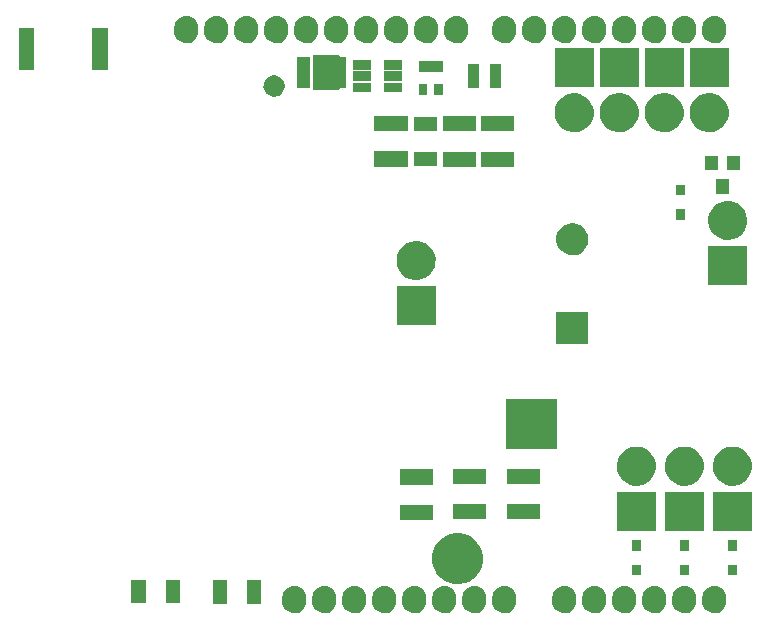
<source format=gts>
G04 #@! TF.GenerationSoftware,KiCad,Pcbnew,(2017-11-06 revision 9df4ae65e)-makepkg*
G04 #@! TF.CreationDate,2017-12-06T02:01:24-08:00*
G04 #@! TF.ProjectId,MHz_LED_Modulator,4D487A5F4C45445F4D6F64756C61746F,rev?*
G04 #@! TF.SameCoordinates,Original*
G04 #@! TF.FileFunction,Soldermask,Top*
G04 #@! TF.FilePolarity,Negative*
%FSLAX46Y46*%
G04 Gerber Fmt 4.6, Leading zero omitted, Abs format (unit mm)*
G04 Created by KiCad (PCBNEW (2017-11-06 revision 9df4ae65e)-makepkg) date 12/06/17 02:01:24*
%MOMM*%
%LPD*%
G01*
G04 APERTURE LIST*
%ADD10C,0.100000*%
G04 APERTURE END LIST*
D10*
G36*
X139141763Y-122674053D02*
X139141776Y-122674057D01*
X139141813Y-122674061D01*
X139330786Y-122732558D01*
X139504798Y-122826646D01*
X139657221Y-122952741D01*
X139782249Y-123106040D01*
X139875120Y-123280705D01*
X139932296Y-123470082D01*
X139951600Y-123666958D01*
X139951600Y-123983042D01*
X139951501Y-123997194D01*
X139929450Y-124193781D01*
X139869636Y-124382342D01*
X139774335Y-124555693D01*
X139647179Y-124707232D01*
X139493010Y-124831186D01*
X139317701Y-124922836D01*
X139127930Y-124978688D01*
X139127896Y-124978691D01*
X139127883Y-124978695D01*
X138930926Y-124996620D01*
X138734237Y-124975947D01*
X138734224Y-124975943D01*
X138734187Y-124975939D01*
X138545214Y-124917442D01*
X138371202Y-124823354D01*
X138218779Y-124697259D01*
X138093751Y-124543960D01*
X138000880Y-124369295D01*
X137943704Y-124179918D01*
X137924400Y-123983042D01*
X137924400Y-123666958D01*
X137924499Y-123652806D01*
X137946550Y-123456219D01*
X138006364Y-123267658D01*
X138101665Y-123094307D01*
X138228821Y-122942768D01*
X138382990Y-122818814D01*
X138558299Y-122727164D01*
X138748070Y-122671312D01*
X138748104Y-122671309D01*
X138748117Y-122671305D01*
X138945074Y-122653380D01*
X139141763Y-122674053D01*
X139141763Y-122674053D01*
G37*
G36*
X141681763Y-122674053D02*
X141681776Y-122674057D01*
X141681813Y-122674061D01*
X141870786Y-122732558D01*
X142044798Y-122826646D01*
X142197221Y-122952741D01*
X142322249Y-123106040D01*
X142415120Y-123280705D01*
X142472296Y-123470082D01*
X142491600Y-123666958D01*
X142491600Y-123983042D01*
X142491501Y-123997194D01*
X142469450Y-124193781D01*
X142409636Y-124382342D01*
X142314335Y-124555693D01*
X142187179Y-124707232D01*
X142033010Y-124831186D01*
X141857701Y-124922836D01*
X141667930Y-124978688D01*
X141667896Y-124978691D01*
X141667883Y-124978695D01*
X141470926Y-124996620D01*
X141274237Y-124975947D01*
X141274224Y-124975943D01*
X141274187Y-124975939D01*
X141085214Y-124917442D01*
X140911202Y-124823354D01*
X140758779Y-124697259D01*
X140633751Y-124543960D01*
X140540880Y-124369295D01*
X140483704Y-124179918D01*
X140464400Y-123983042D01*
X140464400Y-123666958D01*
X140464499Y-123652806D01*
X140486550Y-123456219D01*
X140546364Y-123267658D01*
X140641665Y-123094307D01*
X140768821Y-122942768D01*
X140922990Y-122818814D01*
X141098299Y-122727164D01*
X141288070Y-122671312D01*
X141288104Y-122671309D01*
X141288117Y-122671305D01*
X141485074Y-122653380D01*
X141681763Y-122674053D01*
X141681763Y-122674053D01*
G37*
G36*
X156921763Y-122674053D02*
X156921776Y-122674057D01*
X156921813Y-122674061D01*
X157110786Y-122732558D01*
X157284798Y-122826646D01*
X157437221Y-122952741D01*
X157562249Y-123106040D01*
X157655120Y-123280705D01*
X157712296Y-123470082D01*
X157731600Y-123666958D01*
X157731600Y-123983042D01*
X157731501Y-123997194D01*
X157709450Y-124193781D01*
X157649636Y-124382342D01*
X157554335Y-124555693D01*
X157427179Y-124707232D01*
X157273010Y-124831186D01*
X157097701Y-124922836D01*
X156907930Y-124978688D01*
X156907896Y-124978691D01*
X156907883Y-124978695D01*
X156710926Y-124996620D01*
X156514237Y-124975947D01*
X156514224Y-124975943D01*
X156514187Y-124975939D01*
X156325214Y-124917442D01*
X156151202Y-124823354D01*
X155998779Y-124697259D01*
X155873751Y-124543960D01*
X155780880Y-124369295D01*
X155723704Y-124179918D01*
X155704400Y-123983042D01*
X155704400Y-123666958D01*
X155704499Y-123652806D01*
X155726550Y-123456219D01*
X155786364Y-123267658D01*
X155881665Y-123094307D01*
X156008821Y-122942768D01*
X156162990Y-122818814D01*
X156338299Y-122727164D01*
X156528070Y-122671312D01*
X156528104Y-122671309D01*
X156528117Y-122671305D01*
X156725074Y-122653380D01*
X156921763Y-122674053D01*
X156921763Y-122674053D01*
G37*
G36*
X144221763Y-122674053D02*
X144221776Y-122674057D01*
X144221813Y-122674061D01*
X144410786Y-122732558D01*
X144584798Y-122826646D01*
X144737221Y-122952741D01*
X144862249Y-123106040D01*
X144955120Y-123280705D01*
X145012296Y-123470082D01*
X145031600Y-123666958D01*
X145031600Y-123983042D01*
X145031501Y-123997194D01*
X145009450Y-124193781D01*
X144949636Y-124382342D01*
X144854335Y-124555693D01*
X144727179Y-124707232D01*
X144573010Y-124831186D01*
X144397701Y-124922836D01*
X144207930Y-124978688D01*
X144207896Y-124978691D01*
X144207883Y-124978695D01*
X144010926Y-124996620D01*
X143814237Y-124975947D01*
X143814224Y-124975943D01*
X143814187Y-124975939D01*
X143625214Y-124917442D01*
X143451202Y-124823354D01*
X143298779Y-124697259D01*
X143173751Y-124543960D01*
X143080880Y-124369295D01*
X143023704Y-124179918D01*
X143004400Y-123983042D01*
X143004400Y-123666958D01*
X143004499Y-123652806D01*
X143026550Y-123456219D01*
X143086364Y-123267658D01*
X143181665Y-123094307D01*
X143308821Y-122942768D01*
X143462990Y-122818814D01*
X143638299Y-122727164D01*
X143828070Y-122671312D01*
X143828104Y-122671309D01*
X143828117Y-122671305D01*
X144025074Y-122653380D01*
X144221763Y-122674053D01*
X144221763Y-122674053D01*
G37*
G36*
X146761763Y-122674053D02*
X146761776Y-122674057D01*
X146761813Y-122674061D01*
X146950786Y-122732558D01*
X147124798Y-122826646D01*
X147277221Y-122952741D01*
X147402249Y-123106040D01*
X147495120Y-123280705D01*
X147552296Y-123470082D01*
X147571600Y-123666958D01*
X147571600Y-123983042D01*
X147571501Y-123997194D01*
X147549450Y-124193781D01*
X147489636Y-124382342D01*
X147394335Y-124555693D01*
X147267179Y-124707232D01*
X147113010Y-124831186D01*
X146937701Y-124922836D01*
X146747930Y-124978688D01*
X146747896Y-124978691D01*
X146747883Y-124978695D01*
X146550926Y-124996620D01*
X146354237Y-124975947D01*
X146354224Y-124975943D01*
X146354187Y-124975939D01*
X146165214Y-124917442D01*
X145991202Y-124823354D01*
X145838779Y-124697259D01*
X145713751Y-124543960D01*
X145620880Y-124369295D01*
X145563704Y-124179918D01*
X145544400Y-123983042D01*
X145544400Y-123666958D01*
X145544499Y-123652806D01*
X145566550Y-123456219D01*
X145626364Y-123267658D01*
X145721665Y-123094307D01*
X145848821Y-122942768D01*
X146002990Y-122818814D01*
X146178299Y-122727164D01*
X146368070Y-122671312D01*
X146368104Y-122671309D01*
X146368117Y-122671305D01*
X146565074Y-122653380D01*
X146761763Y-122674053D01*
X146761763Y-122674053D01*
G37*
G36*
X149301763Y-122674053D02*
X149301776Y-122674057D01*
X149301813Y-122674061D01*
X149490786Y-122732558D01*
X149664798Y-122826646D01*
X149817221Y-122952741D01*
X149942249Y-123106040D01*
X150035120Y-123280705D01*
X150092296Y-123470082D01*
X150111600Y-123666958D01*
X150111600Y-123983042D01*
X150111501Y-123997194D01*
X150089450Y-124193781D01*
X150029636Y-124382342D01*
X149934335Y-124555693D01*
X149807179Y-124707232D01*
X149653010Y-124831186D01*
X149477701Y-124922836D01*
X149287930Y-124978688D01*
X149287896Y-124978691D01*
X149287883Y-124978695D01*
X149090926Y-124996620D01*
X148894237Y-124975947D01*
X148894224Y-124975943D01*
X148894187Y-124975939D01*
X148705214Y-124917442D01*
X148531202Y-124823354D01*
X148378779Y-124697259D01*
X148253751Y-124543960D01*
X148160880Y-124369295D01*
X148103704Y-124179918D01*
X148084400Y-123983042D01*
X148084400Y-123666958D01*
X148084499Y-123652806D01*
X148106550Y-123456219D01*
X148166364Y-123267658D01*
X148261665Y-123094307D01*
X148388821Y-122942768D01*
X148542990Y-122818814D01*
X148718299Y-122727164D01*
X148908070Y-122671312D01*
X148908104Y-122671309D01*
X148908117Y-122671305D01*
X149105074Y-122653380D01*
X149301763Y-122674053D01*
X149301763Y-122674053D01*
G37*
G36*
X151841763Y-122674053D02*
X151841776Y-122674057D01*
X151841813Y-122674061D01*
X152030786Y-122732558D01*
X152204798Y-122826646D01*
X152357221Y-122952741D01*
X152482249Y-123106040D01*
X152575120Y-123280705D01*
X152632296Y-123470082D01*
X152651600Y-123666958D01*
X152651600Y-123983042D01*
X152651501Y-123997194D01*
X152629450Y-124193781D01*
X152569636Y-124382342D01*
X152474335Y-124555693D01*
X152347179Y-124707232D01*
X152193010Y-124831186D01*
X152017701Y-124922836D01*
X151827930Y-124978688D01*
X151827896Y-124978691D01*
X151827883Y-124978695D01*
X151630926Y-124996620D01*
X151434237Y-124975947D01*
X151434224Y-124975943D01*
X151434187Y-124975939D01*
X151245214Y-124917442D01*
X151071202Y-124823354D01*
X150918779Y-124697259D01*
X150793751Y-124543960D01*
X150700880Y-124369295D01*
X150643704Y-124179918D01*
X150624400Y-123983042D01*
X150624400Y-123666958D01*
X150624499Y-123652806D01*
X150646550Y-123456219D01*
X150706364Y-123267658D01*
X150801665Y-123094307D01*
X150928821Y-122942768D01*
X151082990Y-122818814D01*
X151258299Y-122727164D01*
X151448070Y-122671312D01*
X151448104Y-122671309D01*
X151448117Y-122671305D01*
X151645074Y-122653380D01*
X151841763Y-122674053D01*
X151841763Y-122674053D01*
G37*
G36*
X154381763Y-122674053D02*
X154381776Y-122674057D01*
X154381813Y-122674061D01*
X154570786Y-122732558D01*
X154744798Y-122826646D01*
X154897221Y-122952741D01*
X155022249Y-123106040D01*
X155115120Y-123280705D01*
X155172296Y-123470082D01*
X155191600Y-123666958D01*
X155191600Y-123983042D01*
X155191501Y-123997194D01*
X155169450Y-124193781D01*
X155109636Y-124382342D01*
X155014335Y-124555693D01*
X154887179Y-124707232D01*
X154733010Y-124831186D01*
X154557701Y-124922836D01*
X154367930Y-124978688D01*
X154367896Y-124978691D01*
X154367883Y-124978695D01*
X154170926Y-124996620D01*
X153974237Y-124975947D01*
X153974224Y-124975943D01*
X153974187Y-124975939D01*
X153785214Y-124917442D01*
X153611202Y-124823354D01*
X153458779Y-124697259D01*
X153333751Y-124543960D01*
X153240880Y-124369295D01*
X153183704Y-124179918D01*
X153164400Y-123983042D01*
X153164400Y-123666958D01*
X153164499Y-123652806D01*
X153186550Y-123456219D01*
X153246364Y-123267658D01*
X153341665Y-123094307D01*
X153468821Y-122942768D01*
X153622990Y-122818814D01*
X153798299Y-122727164D01*
X153988070Y-122671312D01*
X153988104Y-122671309D01*
X153988117Y-122671305D01*
X154185074Y-122653380D01*
X154381763Y-122674053D01*
X154381763Y-122674053D01*
G37*
G36*
X164541763Y-122674053D02*
X164541776Y-122674057D01*
X164541813Y-122674061D01*
X164730786Y-122732558D01*
X164904798Y-122826646D01*
X165057221Y-122952741D01*
X165182249Y-123106040D01*
X165275120Y-123280705D01*
X165332296Y-123470082D01*
X165351600Y-123666958D01*
X165351600Y-123983042D01*
X165351501Y-123997194D01*
X165329450Y-124193781D01*
X165269636Y-124382342D01*
X165174335Y-124555693D01*
X165047179Y-124707232D01*
X164893010Y-124831186D01*
X164717701Y-124922836D01*
X164527930Y-124978688D01*
X164527896Y-124978691D01*
X164527883Y-124978695D01*
X164330926Y-124996620D01*
X164134237Y-124975947D01*
X164134224Y-124975943D01*
X164134187Y-124975939D01*
X163945214Y-124917442D01*
X163771202Y-124823354D01*
X163618779Y-124697259D01*
X163493751Y-124543960D01*
X163400880Y-124369295D01*
X163343704Y-124179918D01*
X163324400Y-123983042D01*
X163324400Y-123666958D01*
X163324499Y-123652806D01*
X163346550Y-123456219D01*
X163406364Y-123267658D01*
X163501665Y-123094307D01*
X163628821Y-122942768D01*
X163782990Y-122818814D01*
X163958299Y-122727164D01*
X164148070Y-122671312D01*
X164148104Y-122671309D01*
X164148117Y-122671305D01*
X164345074Y-122653380D01*
X164541763Y-122674053D01*
X164541763Y-122674053D01*
G37*
G36*
X162001763Y-122674053D02*
X162001776Y-122674057D01*
X162001813Y-122674061D01*
X162190786Y-122732558D01*
X162364798Y-122826646D01*
X162517221Y-122952741D01*
X162642249Y-123106040D01*
X162735120Y-123280705D01*
X162792296Y-123470082D01*
X162811600Y-123666958D01*
X162811600Y-123983042D01*
X162811501Y-123997194D01*
X162789450Y-124193781D01*
X162729636Y-124382342D01*
X162634335Y-124555693D01*
X162507179Y-124707232D01*
X162353010Y-124831186D01*
X162177701Y-124922836D01*
X161987930Y-124978688D01*
X161987896Y-124978691D01*
X161987883Y-124978695D01*
X161790926Y-124996620D01*
X161594237Y-124975947D01*
X161594224Y-124975943D01*
X161594187Y-124975939D01*
X161405214Y-124917442D01*
X161231202Y-124823354D01*
X161078779Y-124697259D01*
X160953751Y-124543960D01*
X160860880Y-124369295D01*
X160803704Y-124179918D01*
X160784400Y-123983042D01*
X160784400Y-123666958D01*
X160784499Y-123652806D01*
X160806550Y-123456219D01*
X160866364Y-123267658D01*
X160961665Y-123094307D01*
X161088821Y-122942768D01*
X161242990Y-122818814D01*
X161418299Y-122727164D01*
X161608070Y-122671312D01*
X161608104Y-122671309D01*
X161608117Y-122671305D01*
X161805074Y-122653380D01*
X162001763Y-122674053D01*
X162001763Y-122674053D01*
G37*
G36*
X174701763Y-122674053D02*
X174701776Y-122674057D01*
X174701813Y-122674061D01*
X174890786Y-122732558D01*
X175064798Y-122826646D01*
X175217221Y-122952741D01*
X175342249Y-123106040D01*
X175435120Y-123280705D01*
X175492296Y-123470082D01*
X175511600Y-123666958D01*
X175511600Y-123983042D01*
X175511501Y-123997194D01*
X175489450Y-124193781D01*
X175429636Y-124382342D01*
X175334335Y-124555693D01*
X175207179Y-124707232D01*
X175053010Y-124831186D01*
X174877701Y-124922836D01*
X174687930Y-124978688D01*
X174687896Y-124978691D01*
X174687883Y-124978695D01*
X174490926Y-124996620D01*
X174294237Y-124975947D01*
X174294224Y-124975943D01*
X174294187Y-124975939D01*
X174105214Y-124917442D01*
X173931202Y-124823354D01*
X173778779Y-124697259D01*
X173653751Y-124543960D01*
X173560880Y-124369295D01*
X173503704Y-124179918D01*
X173484400Y-123983042D01*
X173484400Y-123666958D01*
X173484499Y-123652806D01*
X173506550Y-123456219D01*
X173566364Y-123267658D01*
X173661665Y-123094307D01*
X173788821Y-122942768D01*
X173942990Y-122818814D01*
X174118299Y-122727164D01*
X174308070Y-122671312D01*
X174308104Y-122671309D01*
X174308117Y-122671305D01*
X174505074Y-122653380D01*
X174701763Y-122674053D01*
X174701763Y-122674053D01*
G37*
G36*
X172161763Y-122674053D02*
X172161776Y-122674057D01*
X172161813Y-122674061D01*
X172350786Y-122732558D01*
X172524798Y-122826646D01*
X172677221Y-122952741D01*
X172802249Y-123106040D01*
X172895120Y-123280705D01*
X172952296Y-123470082D01*
X172971600Y-123666958D01*
X172971600Y-123983042D01*
X172971501Y-123997194D01*
X172949450Y-124193781D01*
X172889636Y-124382342D01*
X172794335Y-124555693D01*
X172667179Y-124707232D01*
X172513010Y-124831186D01*
X172337701Y-124922836D01*
X172147930Y-124978688D01*
X172147896Y-124978691D01*
X172147883Y-124978695D01*
X171950926Y-124996620D01*
X171754237Y-124975947D01*
X171754224Y-124975943D01*
X171754187Y-124975939D01*
X171565214Y-124917442D01*
X171391202Y-124823354D01*
X171238779Y-124697259D01*
X171113751Y-124543960D01*
X171020880Y-124369295D01*
X170963704Y-124179918D01*
X170944400Y-123983042D01*
X170944400Y-123666958D01*
X170944499Y-123652806D01*
X170966550Y-123456219D01*
X171026364Y-123267658D01*
X171121665Y-123094307D01*
X171248821Y-122942768D01*
X171402990Y-122818814D01*
X171578299Y-122727164D01*
X171768070Y-122671312D01*
X171768104Y-122671309D01*
X171768117Y-122671305D01*
X171965074Y-122653380D01*
X172161763Y-122674053D01*
X172161763Y-122674053D01*
G37*
G36*
X167081763Y-122674053D02*
X167081776Y-122674057D01*
X167081813Y-122674061D01*
X167270786Y-122732558D01*
X167444798Y-122826646D01*
X167597221Y-122952741D01*
X167722249Y-123106040D01*
X167815120Y-123280705D01*
X167872296Y-123470082D01*
X167891600Y-123666958D01*
X167891600Y-123983042D01*
X167891501Y-123997194D01*
X167869450Y-124193781D01*
X167809636Y-124382342D01*
X167714335Y-124555693D01*
X167587179Y-124707232D01*
X167433010Y-124831186D01*
X167257701Y-124922836D01*
X167067930Y-124978688D01*
X167067896Y-124978691D01*
X167067883Y-124978695D01*
X166870926Y-124996620D01*
X166674237Y-124975947D01*
X166674224Y-124975943D01*
X166674187Y-124975939D01*
X166485214Y-124917442D01*
X166311202Y-124823354D01*
X166158779Y-124697259D01*
X166033751Y-124543960D01*
X165940880Y-124369295D01*
X165883704Y-124179918D01*
X165864400Y-123983042D01*
X165864400Y-123666958D01*
X165864499Y-123652806D01*
X165886550Y-123456219D01*
X165946364Y-123267658D01*
X166041665Y-123094307D01*
X166168821Y-122942768D01*
X166322990Y-122818814D01*
X166498299Y-122727164D01*
X166688070Y-122671312D01*
X166688104Y-122671309D01*
X166688117Y-122671305D01*
X166885074Y-122653380D01*
X167081763Y-122674053D01*
X167081763Y-122674053D01*
G37*
G36*
X169621763Y-122674053D02*
X169621776Y-122674057D01*
X169621813Y-122674061D01*
X169810786Y-122732558D01*
X169984798Y-122826646D01*
X170137221Y-122952741D01*
X170262249Y-123106040D01*
X170355120Y-123280705D01*
X170412296Y-123470082D01*
X170431600Y-123666958D01*
X170431600Y-123983042D01*
X170431501Y-123997194D01*
X170409450Y-124193781D01*
X170349636Y-124382342D01*
X170254335Y-124555693D01*
X170127179Y-124707232D01*
X169973010Y-124831186D01*
X169797701Y-124922836D01*
X169607930Y-124978688D01*
X169607896Y-124978691D01*
X169607883Y-124978695D01*
X169410926Y-124996620D01*
X169214237Y-124975947D01*
X169214224Y-124975943D01*
X169214187Y-124975939D01*
X169025214Y-124917442D01*
X168851202Y-124823354D01*
X168698779Y-124697259D01*
X168573751Y-124543960D01*
X168480880Y-124369295D01*
X168423704Y-124179918D01*
X168404400Y-123983042D01*
X168404400Y-123666958D01*
X168404499Y-123652806D01*
X168426550Y-123456219D01*
X168486364Y-123267658D01*
X168581665Y-123094307D01*
X168708821Y-122942768D01*
X168862990Y-122818814D01*
X169038299Y-122727164D01*
X169228070Y-122671312D01*
X169228104Y-122671309D01*
X169228117Y-122671305D01*
X169425074Y-122653380D01*
X169621763Y-122674053D01*
X169621763Y-122674053D01*
G37*
G36*
X133236600Y-124164600D02*
X132036600Y-124164600D01*
X132036600Y-122164600D01*
X133236600Y-122164600D01*
X133236600Y-124164600D01*
X133236600Y-124164600D01*
G37*
G36*
X136136600Y-124164600D02*
X134936600Y-124164600D01*
X134936600Y-122164600D01*
X136136600Y-122164600D01*
X136136600Y-124164600D01*
X136136600Y-124164600D01*
G37*
G36*
X126353200Y-124139200D02*
X125153200Y-124139200D01*
X125153200Y-122139200D01*
X126353200Y-122139200D01*
X126353200Y-124139200D01*
X126353200Y-124139200D01*
G37*
G36*
X129253200Y-124139200D02*
X128053200Y-124139200D01*
X128053200Y-122139200D01*
X129253200Y-122139200D01*
X129253200Y-124139200D01*
X129253200Y-124139200D01*
G37*
G36*
X152981450Y-118221781D02*
X153394525Y-118306573D01*
X153783259Y-118469981D01*
X154132853Y-118705785D01*
X154429990Y-119005004D01*
X154663347Y-119356234D01*
X154824038Y-119746100D01*
X154905876Y-120159413D01*
X154905876Y-120159423D01*
X154905942Y-120159757D01*
X154899217Y-120641402D01*
X154899140Y-120641740D01*
X154899140Y-120641748D01*
X154805796Y-121052607D01*
X154634280Y-121437838D01*
X154391207Y-121782416D01*
X154085829Y-122073223D01*
X153729792Y-122299170D01*
X153336643Y-122451664D01*
X152921366Y-122524888D01*
X152499772Y-122516057D01*
X152087917Y-122425505D01*
X151701503Y-122256685D01*
X151355236Y-122016023D01*
X151062306Y-121712685D01*
X150833878Y-121358234D01*
X150678644Y-120966160D01*
X150602521Y-120551396D01*
X150608409Y-120129753D01*
X150696082Y-119717285D01*
X150862203Y-119329696D01*
X151100441Y-118981757D01*
X151401726Y-118686717D01*
X151754577Y-118455818D01*
X152145557Y-118297852D01*
X152559771Y-118218836D01*
X152981450Y-118221781D01*
X152981450Y-118221781D01*
G37*
G36*
X168269000Y-121769000D02*
X167519000Y-121769000D01*
X167519000Y-120869000D01*
X168269000Y-120869000D01*
X168269000Y-121769000D01*
X168269000Y-121769000D01*
G37*
G36*
X172333000Y-121769000D02*
X171583000Y-121769000D01*
X171583000Y-120869000D01*
X172333000Y-120869000D01*
X172333000Y-121769000D01*
X172333000Y-121769000D01*
G37*
G36*
X176397000Y-121769000D02*
X175647000Y-121769000D01*
X175647000Y-120869000D01*
X176397000Y-120869000D01*
X176397000Y-121769000D01*
X176397000Y-121769000D01*
G37*
G36*
X172333000Y-119669000D02*
X171583000Y-119669000D01*
X171583000Y-118769000D01*
X172333000Y-118769000D01*
X172333000Y-119669000D01*
X172333000Y-119669000D01*
G37*
G36*
X176397000Y-119669000D02*
X175647000Y-119669000D01*
X175647000Y-118769000D01*
X176397000Y-118769000D01*
X176397000Y-119669000D01*
X176397000Y-119669000D01*
G37*
G36*
X168269000Y-119669000D02*
X167519000Y-119669000D01*
X167519000Y-118769000D01*
X168269000Y-118769000D01*
X168269000Y-119669000D01*
X168269000Y-119669000D01*
G37*
G36*
X169543870Y-117981870D02*
X166244130Y-117981870D01*
X166244130Y-114682130D01*
X169543870Y-114682130D01*
X169543870Y-117981870D01*
X169543870Y-117981870D01*
G37*
G36*
X177671870Y-117981870D02*
X174372130Y-117981870D01*
X174372130Y-114682130D01*
X177671870Y-114682130D01*
X177671870Y-117981870D01*
X177671870Y-117981870D01*
G37*
G36*
X173607870Y-117981870D02*
X170308130Y-117981870D01*
X170308130Y-114682130D01*
X173607870Y-114682130D01*
X173607870Y-117981870D01*
X173607870Y-117981870D01*
G37*
G36*
X150663100Y-117097700D02*
X147863100Y-117097700D01*
X147863100Y-115797700D01*
X150663100Y-115797700D01*
X150663100Y-117097700D01*
X150663100Y-117097700D01*
G37*
G36*
X155171600Y-117034200D02*
X152371600Y-117034200D01*
X152371600Y-115734200D01*
X155171600Y-115734200D01*
X155171600Y-117034200D01*
X155171600Y-117034200D01*
G37*
G36*
X159743600Y-117034200D02*
X156943600Y-117034200D01*
X156943600Y-115734200D01*
X159743600Y-115734200D01*
X159743600Y-117034200D01*
X159743600Y-117034200D01*
G37*
G36*
X168067293Y-110873227D02*
X168384242Y-110938288D01*
X168682514Y-111063670D01*
X168950756Y-111244600D01*
X169178747Y-111474189D01*
X169357800Y-111743685D01*
X169481097Y-112042825D01*
X169543875Y-112359878D01*
X169543875Y-112359888D01*
X169543941Y-112360222D01*
X169538780Y-112729784D01*
X169538704Y-112730118D01*
X169538704Y-112730130D01*
X169467100Y-113045299D01*
X169335497Y-113340884D01*
X169148989Y-113605275D01*
X168914674Y-113828410D01*
X168641491Y-114001777D01*
X168339830Y-114118785D01*
X168021191Y-114174969D01*
X167697706Y-114168193D01*
X167381691Y-114098713D01*
X167085199Y-113969179D01*
X166819512Y-113784521D01*
X166594748Y-113551771D01*
X166419477Y-113279805D01*
X166300368Y-112978969D01*
X166241959Y-112660723D01*
X166246477Y-112337199D01*
X166313747Y-112020717D01*
X166441211Y-111723322D01*
X166624009Y-111456352D01*
X166855183Y-111229969D01*
X167125922Y-111052802D01*
X167425919Y-110931596D01*
X167743741Y-110870968D01*
X168067293Y-110873227D01*
X168067293Y-110873227D01*
G37*
G36*
X172131293Y-110873227D02*
X172448242Y-110938288D01*
X172746514Y-111063670D01*
X173014756Y-111244600D01*
X173242747Y-111474189D01*
X173421800Y-111743685D01*
X173545097Y-112042825D01*
X173607875Y-112359878D01*
X173607875Y-112359888D01*
X173607941Y-112360222D01*
X173602780Y-112729784D01*
X173602704Y-112730118D01*
X173602704Y-112730130D01*
X173531100Y-113045299D01*
X173399497Y-113340884D01*
X173212989Y-113605275D01*
X172978674Y-113828410D01*
X172705491Y-114001777D01*
X172403830Y-114118785D01*
X172085191Y-114174969D01*
X171761706Y-114168193D01*
X171445691Y-114098713D01*
X171149199Y-113969179D01*
X170883512Y-113784521D01*
X170658748Y-113551771D01*
X170483477Y-113279805D01*
X170364368Y-112978969D01*
X170305959Y-112660723D01*
X170310477Y-112337199D01*
X170377747Y-112020717D01*
X170505211Y-111723322D01*
X170688009Y-111456352D01*
X170919183Y-111229969D01*
X171189922Y-111052802D01*
X171489919Y-110931596D01*
X171807741Y-110870968D01*
X172131293Y-110873227D01*
X172131293Y-110873227D01*
G37*
G36*
X176195293Y-110873227D02*
X176512242Y-110938288D01*
X176810514Y-111063670D01*
X177078756Y-111244600D01*
X177306747Y-111474189D01*
X177485800Y-111743685D01*
X177609097Y-112042825D01*
X177671875Y-112359878D01*
X177671875Y-112359888D01*
X177671941Y-112360222D01*
X177666780Y-112729784D01*
X177666704Y-112730118D01*
X177666704Y-112730130D01*
X177595100Y-113045299D01*
X177463497Y-113340884D01*
X177276989Y-113605275D01*
X177042674Y-113828410D01*
X176769491Y-114001777D01*
X176467830Y-114118785D01*
X176149191Y-114174969D01*
X175825706Y-114168193D01*
X175509691Y-114098713D01*
X175213199Y-113969179D01*
X174947512Y-113784521D01*
X174722748Y-113551771D01*
X174547477Y-113279805D01*
X174428368Y-112978969D01*
X174369959Y-112660723D01*
X174374477Y-112337199D01*
X174441747Y-112020717D01*
X174569211Y-111723322D01*
X174752009Y-111456352D01*
X174983183Y-111229969D01*
X175253922Y-111052802D01*
X175553919Y-110931596D01*
X175871741Y-110870968D01*
X176195293Y-110873227D01*
X176195293Y-110873227D01*
G37*
G36*
X150663100Y-114097700D02*
X147863100Y-114097700D01*
X147863100Y-112797700D01*
X150663100Y-112797700D01*
X150663100Y-114097700D01*
X150663100Y-114097700D01*
G37*
G36*
X155171600Y-114034200D02*
X152371600Y-114034200D01*
X152371600Y-112734200D01*
X155171600Y-112734200D01*
X155171600Y-114034200D01*
X155171600Y-114034200D01*
G37*
G36*
X159743600Y-114034200D02*
X156943600Y-114034200D01*
X156943600Y-112734200D01*
X159743600Y-112734200D01*
X159743600Y-114034200D01*
X159743600Y-114034200D01*
G37*
G36*
X161179650Y-111116250D02*
X156879150Y-111116250D01*
X156879150Y-106815750D01*
X161179650Y-106815750D01*
X161179650Y-111116250D01*
X161179650Y-111116250D01*
G37*
G36*
X163833800Y-102162600D02*
X161133800Y-102162600D01*
X161133800Y-99462600D01*
X163833800Y-99462600D01*
X163833800Y-102162600D01*
X163833800Y-102162600D01*
G37*
G36*
X150900270Y-100582870D02*
X147600530Y-100582870D01*
X147600530Y-97283130D01*
X150900270Y-97283130D01*
X150900270Y-100582870D01*
X150900270Y-100582870D01*
G37*
G36*
X177290870Y-97179270D02*
X173991130Y-97179270D01*
X173991130Y-93879530D01*
X177290870Y-93879530D01*
X177290870Y-97179270D01*
X177290870Y-97179270D01*
G37*
G36*
X149423693Y-93474227D02*
X149740642Y-93539288D01*
X150038914Y-93664670D01*
X150307156Y-93845600D01*
X150535147Y-94075189D01*
X150714200Y-94344685D01*
X150837497Y-94643825D01*
X150900275Y-94960878D01*
X150900275Y-94960888D01*
X150900341Y-94961222D01*
X150895180Y-95330784D01*
X150895104Y-95331118D01*
X150895104Y-95331130D01*
X150823500Y-95646299D01*
X150691897Y-95941884D01*
X150505389Y-96206275D01*
X150271074Y-96429410D01*
X149997891Y-96602777D01*
X149696230Y-96719785D01*
X149377591Y-96775969D01*
X149054106Y-96769193D01*
X148738091Y-96699713D01*
X148441599Y-96570179D01*
X148175912Y-96385521D01*
X147951148Y-96152771D01*
X147775877Y-95880805D01*
X147656768Y-95579969D01*
X147598359Y-95261723D01*
X147602877Y-94938199D01*
X147670147Y-94621717D01*
X147797611Y-94324322D01*
X147980409Y-94057352D01*
X148211583Y-93830969D01*
X148482322Y-93653802D01*
X148782319Y-93532596D01*
X149100141Y-93471968D01*
X149423693Y-93474227D01*
X149423693Y-93474227D01*
G37*
G36*
X162625596Y-91963497D02*
X162884939Y-92016733D01*
X163128999Y-92119326D01*
X163348486Y-92267372D01*
X163535040Y-92455233D01*
X163681551Y-92675749D01*
X163782435Y-92920515D01*
X163833792Y-93179882D01*
X163833792Y-93179892D01*
X163833858Y-93180226D01*
X163829635Y-93482619D01*
X163829559Y-93482953D01*
X163829559Y-93482965D01*
X163770984Y-93740787D01*
X163663300Y-93982649D01*
X163510691Y-94198986D01*
X163318963Y-94381566D01*
X163095432Y-94523423D01*
X162848598Y-94619164D01*
X162587874Y-94665136D01*
X162323183Y-94659592D01*
X162064606Y-94602740D01*
X161822001Y-94496748D01*
X161604604Y-94345653D01*
X161420691Y-94155207D01*
X161277277Y-93932671D01*
X161179816Y-93686513D01*
X161132023Y-93426109D01*
X161135720Y-93161387D01*
X161190763Y-92902427D01*
X161295061Y-92659084D01*
X161444635Y-92440637D01*
X161633792Y-92255400D01*
X161855323Y-92110434D01*
X162100794Y-92011257D01*
X162360850Y-91961649D01*
X162625596Y-91963497D01*
X162625596Y-91963497D01*
G37*
G36*
X175814293Y-90070627D02*
X176131242Y-90135688D01*
X176429514Y-90261070D01*
X176697756Y-90442000D01*
X176925747Y-90671589D01*
X177104800Y-90941085D01*
X177228097Y-91240225D01*
X177290875Y-91557278D01*
X177290875Y-91557288D01*
X177290941Y-91557622D01*
X177285780Y-91927184D01*
X177285704Y-91927518D01*
X177285704Y-91927530D01*
X177214100Y-92242699D01*
X177082497Y-92538284D01*
X176895989Y-92802675D01*
X176661674Y-93025810D01*
X176388491Y-93199177D01*
X176086830Y-93316185D01*
X175768191Y-93372369D01*
X175444706Y-93365593D01*
X175128691Y-93296113D01*
X174832199Y-93166579D01*
X174566512Y-92981921D01*
X174341748Y-92749171D01*
X174166477Y-92477205D01*
X174047368Y-92176369D01*
X173988959Y-91858123D01*
X173993477Y-91534599D01*
X174060747Y-91218117D01*
X174188211Y-90920722D01*
X174371009Y-90653752D01*
X174602183Y-90427369D01*
X174872922Y-90250202D01*
X175172919Y-90128996D01*
X175490741Y-90068368D01*
X175814293Y-90070627D01*
X175814293Y-90070627D01*
G37*
G36*
X172040900Y-91695400D02*
X171290900Y-91695400D01*
X171290900Y-90795400D01*
X172040900Y-90795400D01*
X172040900Y-91695400D01*
X172040900Y-91695400D01*
G37*
G36*
X172040900Y-89595400D02*
X171290900Y-89595400D01*
X171290900Y-88695400D01*
X172040900Y-88695400D01*
X172040900Y-89595400D01*
X172040900Y-89595400D01*
G37*
G36*
X175733800Y-89445900D02*
X174633800Y-89445900D01*
X174633800Y-88245900D01*
X175733800Y-88245900D01*
X175733800Y-89445900D01*
X175733800Y-89445900D01*
G37*
G36*
X174783800Y-87445900D02*
X173683800Y-87445900D01*
X173683800Y-86245900D01*
X174783800Y-86245900D01*
X174783800Y-87445900D01*
X174783800Y-87445900D01*
G37*
G36*
X176683800Y-87445900D02*
X175583800Y-87445900D01*
X175583800Y-86245900D01*
X176683800Y-86245900D01*
X176683800Y-87445900D01*
X176683800Y-87445900D01*
G37*
G36*
X154333400Y-87189200D02*
X151533400Y-87189200D01*
X151533400Y-85889200D01*
X154333400Y-85889200D01*
X154333400Y-87189200D01*
X154333400Y-87189200D01*
G37*
G36*
X157584600Y-87189200D02*
X154784600Y-87189200D01*
X154784600Y-85889200D01*
X157584600Y-85889200D01*
X157584600Y-87189200D01*
X157584600Y-87189200D01*
G37*
G36*
X148529500Y-87176500D02*
X145729500Y-87176500D01*
X145729500Y-85876500D01*
X148529500Y-85876500D01*
X148529500Y-87176500D01*
X148529500Y-87176500D01*
G37*
G36*
X151037800Y-87089200D02*
X149037800Y-87089200D01*
X149037800Y-85889200D01*
X151037800Y-85889200D01*
X151037800Y-87089200D01*
X151037800Y-87089200D01*
G37*
G36*
X162809493Y-80964727D02*
X163126442Y-81029788D01*
X163424714Y-81155170D01*
X163692956Y-81336100D01*
X163920947Y-81565689D01*
X164100000Y-81835185D01*
X164223297Y-82134325D01*
X164286075Y-82451378D01*
X164286075Y-82451388D01*
X164286141Y-82451722D01*
X164280980Y-82821284D01*
X164280904Y-82821618D01*
X164280904Y-82821630D01*
X164209300Y-83136799D01*
X164077697Y-83432384D01*
X163891189Y-83696775D01*
X163656874Y-83919910D01*
X163383691Y-84093277D01*
X163082030Y-84210285D01*
X162763391Y-84266469D01*
X162439906Y-84259693D01*
X162123891Y-84190213D01*
X161827399Y-84060679D01*
X161561712Y-83876021D01*
X161336948Y-83643271D01*
X161161677Y-83371305D01*
X161042568Y-83070469D01*
X160984159Y-82752223D01*
X160988677Y-82428699D01*
X161055947Y-82112217D01*
X161183411Y-81814822D01*
X161366209Y-81547852D01*
X161597383Y-81321469D01*
X161868122Y-81144302D01*
X162168119Y-81023096D01*
X162485941Y-80962468D01*
X162809493Y-80964727D01*
X162809493Y-80964727D01*
G37*
G36*
X166619493Y-80952027D02*
X166936442Y-81017088D01*
X167234714Y-81142470D01*
X167502956Y-81323400D01*
X167730947Y-81552989D01*
X167910000Y-81822485D01*
X168033297Y-82121625D01*
X168096075Y-82438678D01*
X168096075Y-82438688D01*
X168096141Y-82439022D01*
X168090980Y-82808584D01*
X168090904Y-82808918D01*
X168090904Y-82808930D01*
X168019300Y-83124099D01*
X167887697Y-83419684D01*
X167701189Y-83684075D01*
X167466874Y-83907210D01*
X167193691Y-84080577D01*
X166892030Y-84197585D01*
X166573391Y-84253769D01*
X166249906Y-84246993D01*
X165933891Y-84177513D01*
X165637399Y-84047979D01*
X165371712Y-83863321D01*
X165146948Y-83630571D01*
X164971677Y-83358605D01*
X164852568Y-83057769D01*
X164794159Y-82739523D01*
X164798677Y-82415999D01*
X164865947Y-82099517D01*
X164993411Y-81802122D01*
X165176209Y-81535152D01*
X165407383Y-81308769D01*
X165678122Y-81131602D01*
X165978119Y-81010396D01*
X166295941Y-80949768D01*
X166619493Y-80952027D01*
X166619493Y-80952027D01*
G37*
G36*
X170429493Y-80952027D02*
X170746442Y-81017088D01*
X171044714Y-81142470D01*
X171312956Y-81323400D01*
X171540947Y-81552989D01*
X171720000Y-81822485D01*
X171843297Y-82121625D01*
X171906075Y-82438678D01*
X171906075Y-82438688D01*
X171906141Y-82439022D01*
X171900980Y-82808584D01*
X171900904Y-82808918D01*
X171900904Y-82808930D01*
X171829300Y-83124099D01*
X171697697Y-83419684D01*
X171511189Y-83684075D01*
X171276874Y-83907210D01*
X171003691Y-84080577D01*
X170702030Y-84197585D01*
X170383391Y-84253769D01*
X170059906Y-84246993D01*
X169743891Y-84177513D01*
X169447399Y-84047979D01*
X169181712Y-83863321D01*
X168956948Y-83630571D01*
X168781677Y-83358605D01*
X168662568Y-83057769D01*
X168604159Y-82739523D01*
X168608677Y-82415999D01*
X168675947Y-82099517D01*
X168803411Y-81802122D01*
X168986209Y-81535152D01*
X169217383Y-81308769D01*
X169488122Y-81131602D01*
X169788119Y-81010396D01*
X170105941Y-80949768D01*
X170429493Y-80952027D01*
X170429493Y-80952027D01*
G37*
G36*
X174239493Y-80952027D02*
X174556442Y-81017088D01*
X174854714Y-81142470D01*
X175122956Y-81323400D01*
X175350947Y-81552989D01*
X175530000Y-81822485D01*
X175653297Y-82121625D01*
X175716075Y-82438678D01*
X175716075Y-82438688D01*
X175716141Y-82439022D01*
X175710980Y-82808584D01*
X175710904Y-82808918D01*
X175710904Y-82808930D01*
X175639300Y-83124099D01*
X175507697Y-83419684D01*
X175321189Y-83684075D01*
X175086874Y-83907210D01*
X174813691Y-84080577D01*
X174512030Y-84197585D01*
X174193391Y-84253769D01*
X173869906Y-84246993D01*
X173553891Y-84177513D01*
X173257399Y-84047979D01*
X172991712Y-83863321D01*
X172766948Y-83630571D01*
X172591677Y-83358605D01*
X172472568Y-83057769D01*
X172414159Y-82739523D01*
X172418677Y-82415999D01*
X172485947Y-82099517D01*
X172613411Y-81802122D01*
X172796209Y-81535152D01*
X173027383Y-81308769D01*
X173298122Y-81131602D01*
X173598119Y-81010396D01*
X173915941Y-80949768D01*
X174239493Y-80952027D01*
X174239493Y-80952027D01*
G37*
G36*
X151037800Y-84189200D02*
X149037800Y-84189200D01*
X149037800Y-82989200D01*
X151037800Y-82989200D01*
X151037800Y-84189200D01*
X151037800Y-84189200D01*
G37*
G36*
X154333400Y-84189200D02*
X151533400Y-84189200D01*
X151533400Y-82889200D01*
X154333400Y-82889200D01*
X154333400Y-84189200D01*
X154333400Y-84189200D01*
G37*
G36*
X157584600Y-84189200D02*
X154784600Y-84189200D01*
X154784600Y-82889200D01*
X157584600Y-82889200D01*
X157584600Y-84189200D01*
X157584600Y-84189200D01*
G37*
G36*
X148529500Y-84176500D02*
X145729500Y-84176500D01*
X145729500Y-82876500D01*
X148529500Y-82876500D01*
X148529500Y-84176500D01*
X148529500Y-84176500D01*
G37*
G36*
X137330731Y-79440797D02*
X137503627Y-79476288D01*
X137666332Y-79544683D01*
X137812658Y-79643380D01*
X137937028Y-79768622D01*
X138034702Y-79915633D01*
X138101957Y-80078808D01*
X138136173Y-80251607D01*
X138136173Y-80251616D01*
X138136239Y-80251950D01*
X138133424Y-80453546D01*
X138133348Y-80453880D01*
X138133348Y-80453891D01*
X138094323Y-80625659D01*
X138022534Y-80786899D01*
X137920792Y-80931127D01*
X137792978Y-81052844D01*
X137643955Y-81147416D01*
X137479399Y-81211243D01*
X137305583Y-81241892D01*
X137129123Y-81238196D01*
X136956736Y-81200294D01*
X136795000Y-81129633D01*
X136650069Y-81028903D01*
X136527460Y-80901938D01*
X136431851Y-80753582D01*
X136366876Y-80589477D01*
X136335014Y-80415872D01*
X136337479Y-80239391D01*
X136374174Y-80066752D01*
X136443706Y-79904522D01*
X136543422Y-79758891D01*
X136669528Y-79635398D01*
X136817215Y-79538755D01*
X136980863Y-79472637D01*
X137154232Y-79439565D01*
X137330731Y-79440797D01*
X137330731Y-79440797D01*
G37*
G36*
X150195000Y-81079400D02*
X149495000Y-81079400D01*
X149495000Y-80129400D01*
X150195000Y-80129400D01*
X150195000Y-81079400D01*
X150195000Y-81079400D01*
G37*
G36*
X151495000Y-81079400D02*
X150795000Y-81079400D01*
X150795000Y-80129400D01*
X151495000Y-80129400D01*
X151495000Y-81079400D01*
X151495000Y-81079400D01*
G37*
G36*
X145474200Y-80852001D02*
X143955000Y-80852001D01*
X143955000Y-80052001D01*
X145474200Y-80052001D01*
X145474200Y-80852001D01*
X145474200Y-80852001D01*
G37*
G36*
X148094200Y-80852001D02*
X146575000Y-80852001D01*
X146575000Y-80052001D01*
X148094200Y-80052001D01*
X148094200Y-80852001D01*
X148094200Y-80852001D01*
G37*
G36*
X142769800Y-77827200D02*
X142770761Y-77836955D01*
X142773606Y-77846334D01*
X142778227Y-77854979D01*
X142784445Y-77862555D01*
X142792021Y-77868773D01*
X142800666Y-77873394D01*
X142810045Y-77876239D01*
X142819800Y-77877200D01*
X143329800Y-77877200D01*
X143329800Y-80517200D01*
X142819800Y-80517200D01*
X142810045Y-80518161D01*
X142800666Y-80521006D01*
X142792021Y-80525627D01*
X142784445Y-80531845D01*
X142778227Y-80539421D01*
X142773606Y-80548066D01*
X142770761Y-80557445D01*
X142769800Y-80567200D01*
X142769800Y-80697200D01*
X140509800Y-80697200D01*
X140509800Y-77697200D01*
X142769800Y-77697200D01*
X142769800Y-77827200D01*
X142769800Y-77827200D01*
G37*
G36*
X140269800Y-80517200D02*
X139199800Y-80517200D01*
X139199800Y-77877200D01*
X140269800Y-77877200D01*
X140269800Y-80517200D01*
X140269800Y-80517200D01*
G37*
G36*
X154566600Y-80502000D02*
X153616600Y-80502000D01*
X153616600Y-78502000D01*
X154566600Y-78502000D01*
X154566600Y-80502000D01*
X154566600Y-80502000D01*
G37*
G36*
X156466600Y-80502000D02*
X155516600Y-80502000D01*
X155516600Y-78502000D01*
X156466600Y-78502000D01*
X156466600Y-80502000D01*
X156466600Y-80502000D01*
G37*
G36*
X164286070Y-80453370D02*
X160986330Y-80453370D01*
X160986330Y-77153630D01*
X164286070Y-77153630D01*
X164286070Y-80453370D01*
X164286070Y-80453370D01*
G37*
G36*
X175716070Y-80440670D02*
X172416330Y-80440670D01*
X172416330Y-77140930D01*
X175716070Y-77140930D01*
X175716070Y-80440670D01*
X175716070Y-80440670D01*
G37*
G36*
X171906070Y-80440670D02*
X168606330Y-80440670D01*
X168606330Y-77140930D01*
X171906070Y-77140930D01*
X171906070Y-80440670D01*
X171906070Y-80440670D01*
G37*
G36*
X168096070Y-80440670D02*
X164796330Y-80440670D01*
X164796330Y-77140930D01*
X168096070Y-77140930D01*
X168096070Y-80440670D01*
X168096070Y-80440670D01*
G37*
G36*
X145474200Y-79902000D02*
X143955000Y-79902000D01*
X143955000Y-79102000D01*
X145474200Y-79102000D01*
X145474200Y-79902000D01*
X145474200Y-79902000D01*
G37*
G36*
X148094200Y-79902000D02*
X146575000Y-79902000D01*
X146575000Y-79102000D01*
X148094200Y-79102000D01*
X148094200Y-79902000D01*
X148094200Y-79902000D01*
G37*
G36*
X151495000Y-79179400D02*
X149495000Y-79179400D01*
X149495000Y-78229400D01*
X151495000Y-78229400D01*
X151495000Y-79179400D01*
X151495000Y-79179400D01*
G37*
G36*
X123130000Y-78966000D02*
X121830000Y-78966000D01*
X121830000Y-75466000D01*
X123130000Y-75466000D01*
X123130000Y-78966000D01*
X123130000Y-78966000D01*
G37*
G36*
X116930000Y-78966000D02*
X115630000Y-78966000D01*
X115630000Y-75466000D01*
X116930000Y-75466000D01*
X116930000Y-78966000D01*
X116930000Y-78966000D01*
G37*
G36*
X145474200Y-78951999D02*
X143955000Y-78951999D01*
X143955000Y-78151999D01*
X145474200Y-78151999D01*
X145474200Y-78951999D01*
X145474200Y-78951999D01*
G37*
G36*
X148094200Y-78951999D02*
X146575000Y-78951999D01*
X146575000Y-78151999D01*
X148094200Y-78151999D01*
X148094200Y-78951999D01*
X148094200Y-78951999D01*
G37*
G36*
X150317763Y-74414053D02*
X150317776Y-74414057D01*
X150317813Y-74414061D01*
X150506786Y-74472558D01*
X150680798Y-74566646D01*
X150833221Y-74692741D01*
X150958249Y-74846040D01*
X151051120Y-75020705D01*
X151108296Y-75210082D01*
X151127600Y-75406958D01*
X151127600Y-75723042D01*
X151127501Y-75737194D01*
X151105450Y-75933781D01*
X151045636Y-76122342D01*
X150950335Y-76295693D01*
X150823179Y-76447232D01*
X150669010Y-76571186D01*
X150493701Y-76662836D01*
X150303930Y-76718688D01*
X150303896Y-76718691D01*
X150303883Y-76718695D01*
X150106926Y-76736620D01*
X149910237Y-76715947D01*
X149910224Y-76715943D01*
X149910187Y-76715939D01*
X149721214Y-76657442D01*
X149547202Y-76563354D01*
X149394779Y-76437259D01*
X149269751Y-76283960D01*
X149176880Y-76109295D01*
X149119704Y-75919918D01*
X149100400Y-75723042D01*
X149100400Y-75406958D01*
X149100499Y-75392806D01*
X149122550Y-75196219D01*
X149182364Y-75007658D01*
X149277665Y-74834307D01*
X149404821Y-74682768D01*
X149558990Y-74558814D01*
X149734299Y-74467164D01*
X149924070Y-74411312D01*
X149924104Y-74411309D01*
X149924117Y-74411305D01*
X150121074Y-74393380D01*
X150317763Y-74414053D01*
X150317763Y-74414053D01*
G37*
G36*
X172161763Y-74414053D02*
X172161776Y-74414057D01*
X172161813Y-74414061D01*
X172350786Y-74472558D01*
X172524798Y-74566646D01*
X172677221Y-74692741D01*
X172802249Y-74846040D01*
X172895120Y-75020705D01*
X172952296Y-75210082D01*
X172971600Y-75406958D01*
X172971600Y-75723042D01*
X172971501Y-75737194D01*
X172949450Y-75933781D01*
X172889636Y-76122342D01*
X172794335Y-76295693D01*
X172667179Y-76447232D01*
X172513010Y-76571186D01*
X172337701Y-76662836D01*
X172147930Y-76718688D01*
X172147896Y-76718691D01*
X172147883Y-76718695D01*
X171950926Y-76736620D01*
X171754237Y-76715947D01*
X171754224Y-76715943D01*
X171754187Y-76715939D01*
X171565214Y-76657442D01*
X171391202Y-76563354D01*
X171238779Y-76437259D01*
X171113751Y-76283960D01*
X171020880Y-76109295D01*
X170963704Y-75919918D01*
X170944400Y-75723042D01*
X170944400Y-75406958D01*
X170944499Y-75392806D01*
X170966550Y-75196219D01*
X171026364Y-75007658D01*
X171121665Y-74834307D01*
X171248821Y-74682768D01*
X171402990Y-74558814D01*
X171578299Y-74467164D01*
X171768070Y-74411312D01*
X171768104Y-74411309D01*
X171768117Y-74411305D01*
X171965074Y-74393380D01*
X172161763Y-74414053D01*
X172161763Y-74414053D01*
G37*
G36*
X167081763Y-74414053D02*
X167081776Y-74414057D01*
X167081813Y-74414061D01*
X167270786Y-74472558D01*
X167444798Y-74566646D01*
X167597221Y-74692741D01*
X167722249Y-74846040D01*
X167815120Y-75020705D01*
X167872296Y-75210082D01*
X167891600Y-75406958D01*
X167891600Y-75723042D01*
X167891501Y-75737194D01*
X167869450Y-75933781D01*
X167809636Y-76122342D01*
X167714335Y-76295693D01*
X167587179Y-76447232D01*
X167433010Y-76571186D01*
X167257701Y-76662836D01*
X167067930Y-76718688D01*
X167067896Y-76718691D01*
X167067883Y-76718695D01*
X166870926Y-76736620D01*
X166674237Y-76715947D01*
X166674224Y-76715943D01*
X166674187Y-76715939D01*
X166485214Y-76657442D01*
X166311202Y-76563354D01*
X166158779Y-76437259D01*
X166033751Y-76283960D01*
X165940880Y-76109295D01*
X165883704Y-75919918D01*
X165864400Y-75723042D01*
X165864400Y-75406958D01*
X165864499Y-75392806D01*
X165886550Y-75196219D01*
X165946364Y-75007658D01*
X166041665Y-74834307D01*
X166168821Y-74682768D01*
X166322990Y-74558814D01*
X166498299Y-74467164D01*
X166688070Y-74411312D01*
X166688104Y-74411309D01*
X166688117Y-74411305D01*
X166885074Y-74393380D01*
X167081763Y-74414053D01*
X167081763Y-74414053D01*
G37*
G36*
X164541763Y-74414053D02*
X164541776Y-74414057D01*
X164541813Y-74414061D01*
X164730786Y-74472558D01*
X164904798Y-74566646D01*
X165057221Y-74692741D01*
X165182249Y-74846040D01*
X165275120Y-75020705D01*
X165332296Y-75210082D01*
X165351600Y-75406958D01*
X165351600Y-75723042D01*
X165351501Y-75737194D01*
X165329450Y-75933781D01*
X165269636Y-76122342D01*
X165174335Y-76295693D01*
X165047179Y-76447232D01*
X164893010Y-76571186D01*
X164717701Y-76662836D01*
X164527930Y-76718688D01*
X164527896Y-76718691D01*
X164527883Y-76718695D01*
X164330926Y-76736620D01*
X164134237Y-76715947D01*
X164134224Y-76715943D01*
X164134187Y-76715939D01*
X163945214Y-76657442D01*
X163771202Y-76563354D01*
X163618779Y-76437259D01*
X163493751Y-76283960D01*
X163400880Y-76109295D01*
X163343704Y-75919918D01*
X163324400Y-75723042D01*
X163324400Y-75406958D01*
X163324499Y-75392806D01*
X163346550Y-75196219D01*
X163406364Y-75007658D01*
X163501665Y-74834307D01*
X163628821Y-74682768D01*
X163782990Y-74558814D01*
X163958299Y-74467164D01*
X164148070Y-74411312D01*
X164148104Y-74411309D01*
X164148117Y-74411305D01*
X164345074Y-74393380D01*
X164541763Y-74414053D01*
X164541763Y-74414053D01*
G37*
G36*
X162001763Y-74414053D02*
X162001776Y-74414057D01*
X162001813Y-74414061D01*
X162190786Y-74472558D01*
X162364798Y-74566646D01*
X162517221Y-74692741D01*
X162642249Y-74846040D01*
X162735120Y-75020705D01*
X162792296Y-75210082D01*
X162811600Y-75406958D01*
X162811600Y-75723042D01*
X162811501Y-75737194D01*
X162789450Y-75933781D01*
X162729636Y-76122342D01*
X162634335Y-76295693D01*
X162507179Y-76447232D01*
X162353010Y-76571186D01*
X162177701Y-76662836D01*
X161987930Y-76718688D01*
X161987896Y-76718691D01*
X161987883Y-76718695D01*
X161790926Y-76736620D01*
X161594237Y-76715947D01*
X161594224Y-76715943D01*
X161594187Y-76715939D01*
X161405214Y-76657442D01*
X161231202Y-76563354D01*
X161078779Y-76437259D01*
X160953751Y-76283960D01*
X160860880Y-76109295D01*
X160803704Y-75919918D01*
X160784400Y-75723042D01*
X160784400Y-75406958D01*
X160784499Y-75392806D01*
X160806550Y-75196219D01*
X160866364Y-75007658D01*
X160961665Y-74834307D01*
X161088821Y-74682768D01*
X161242990Y-74558814D01*
X161418299Y-74467164D01*
X161608070Y-74411312D01*
X161608104Y-74411309D01*
X161608117Y-74411305D01*
X161805074Y-74393380D01*
X162001763Y-74414053D01*
X162001763Y-74414053D01*
G37*
G36*
X159461763Y-74414053D02*
X159461776Y-74414057D01*
X159461813Y-74414061D01*
X159650786Y-74472558D01*
X159824798Y-74566646D01*
X159977221Y-74692741D01*
X160102249Y-74846040D01*
X160195120Y-75020705D01*
X160252296Y-75210082D01*
X160271600Y-75406958D01*
X160271600Y-75723042D01*
X160271501Y-75737194D01*
X160249450Y-75933781D01*
X160189636Y-76122342D01*
X160094335Y-76295693D01*
X159967179Y-76447232D01*
X159813010Y-76571186D01*
X159637701Y-76662836D01*
X159447930Y-76718688D01*
X159447896Y-76718691D01*
X159447883Y-76718695D01*
X159250926Y-76736620D01*
X159054237Y-76715947D01*
X159054224Y-76715943D01*
X159054187Y-76715939D01*
X158865214Y-76657442D01*
X158691202Y-76563354D01*
X158538779Y-76437259D01*
X158413751Y-76283960D01*
X158320880Y-76109295D01*
X158263704Y-75919918D01*
X158244400Y-75723042D01*
X158244400Y-75406958D01*
X158244499Y-75392806D01*
X158266550Y-75196219D01*
X158326364Y-75007658D01*
X158421665Y-74834307D01*
X158548821Y-74682768D01*
X158702990Y-74558814D01*
X158878299Y-74467164D01*
X159068070Y-74411312D01*
X159068104Y-74411309D01*
X159068117Y-74411305D01*
X159265074Y-74393380D01*
X159461763Y-74414053D01*
X159461763Y-74414053D01*
G37*
G36*
X156921763Y-74414053D02*
X156921776Y-74414057D01*
X156921813Y-74414061D01*
X157110786Y-74472558D01*
X157284798Y-74566646D01*
X157437221Y-74692741D01*
X157562249Y-74846040D01*
X157655120Y-75020705D01*
X157712296Y-75210082D01*
X157731600Y-75406958D01*
X157731600Y-75723042D01*
X157731501Y-75737194D01*
X157709450Y-75933781D01*
X157649636Y-76122342D01*
X157554335Y-76295693D01*
X157427179Y-76447232D01*
X157273010Y-76571186D01*
X157097701Y-76662836D01*
X156907930Y-76718688D01*
X156907896Y-76718691D01*
X156907883Y-76718695D01*
X156710926Y-76736620D01*
X156514237Y-76715947D01*
X156514224Y-76715943D01*
X156514187Y-76715939D01*
X156325214Y-76657442D01*
X156151202Y-76563354D01*
X155998779Y-76437259D01*
X155873751Y-76283960D01*
X155780880Y-76109295D01*
X155723704Y-75919918D01*
X155704400Y-75723042D01*
X155704400Y-75406958D01*
X155704499Y-75392806D01*
X155726550Y-75196219D01*
X155786364Y-75007658D01*
X155881665Y-74834307D01*
X156008821Y-74682768D01*
X156162990Y-74558814D01*
X156338299Y-74467164D01*
X156528070Y-74411312D01*
X156528104Y-74411309D01*
X156528117Y-74411305D01*
X156725074Y-74393380D01*
X156921763Y-74414053D01*
X156921763Y-74414053D01*
G37*
G36*
X129997763Y-74414053D02*
X129997776Y-74414057D01*
X129997813Y-74414061D01*
X130186786Y-74472558D01*
X130360798Y-74566646D01*
X130513221Y-74692741D01*
X130638249Y-74846040D01*
X130731120Y-75020705D01*
X130788296Y-75210082D01*
X130807600Y-75406958D01*
X130807600Y-75723042D01*
X130807501Y-75737194D01*
X130785450Y-75933781D01*
X130725636Y-76122342D01*
X130630335Y-76295693D01*
X130503179Y-76447232D01*
X130349010Y-76571186D01*
X130173701Y-76662836D01*
X129983930Y-76718688D01*
X129983896Y-76718691D01*
X129983883Y-76718695D01*
X129786926Y-76736620D01*
X129590237Y-76715947D01*
X129590224Y-76715943D01*
X129590187Y-76715939D01*
X129401214Y-76657442D01*
X129227202Y-76563354D01*
X129074779Y-76437259D01*
X128949751Y-76283960D01*
X128856880Y-76109295D01*
X128799704Y-75919918D01*
X128780400Y-75723042D01*
X128780400Y-75406958D01*
X128780499Y-75392806D01*
X128802550Y-75196219D01*
X128862364Y-75007658D01*
X128957665Y-74834307D01*
X129084821Y-74682768D01*
X129238990Y-74558814D01*
X129414299Y-74467164D01*
X129604070Y-74411312D01*
X129604104Y-74411309D01*
X129604117Y-74411305D01*
X129801074Y-74393380D01*
X129997763Y-74414053D01*
X129997763Y-74414053D01*
G37*
G36*
X147777763Y-74414053D02*
X147777776Y-74414057D01*
X147777813Y-74414061D01*
X147966786Y-74472558D01*
X148140798Y-74566646D01*
X148293221Y-74692741D01*
X148418249Y-74846040D01*
X148511120Y-75020705D01*
X148568296Y-75210082D01*
X148587600Y-75406958D01*
X148587600Y-75723042D01*
X148587501Y-75737194D01*
X148565450Y-75933781D01*
X148505636Y-76122342D01*
X148410335Y-76295693D01*
X148283179Y-76447232D01*
X148129010Y-76571186D01*
X147953701Y-76662836D01*
X147763930Y-76718688D01*
X147763896Y-76718691D01*
X147763883Y-76718695D01*
X147566926Y-76736620D01*
X147370237Y-76715947D01*
X147370224Y-76715943D01*
X147370187Y-76715939D01*
X147181214Y-76657442D01*
X147007202Y-76563354D01*
X146854779Y-76437259D01*
X146729751Y-76283960D01*
X146636880Y-76109295D01*
X146579704Y-75919918D01*
X146560400Y-75723042D01*
X146560400Y-75406958D01*
X146560499Y-75392806D01*
X146582550Y-75196219D01*
X146642364Y-75007658D01*
X146737665Y-74834307D01*
X146864821Y-74682768D01*
X147018990Y-74558814D01*
X147194299Y-74467164D01*
X147384070Y-74411312D01*
X147384104Y-74411309D01*
X147384117Y-74411305D01*
X147581074Y-74393380D01*
X147777763Y-74414053D01*
X147777763Y-74414053D01*
G37*
G36*
X145237763Y-74414053D02*
X145237776Y-74414057D01*
X145237813Y-74414061D01*
X145426786Y-74472558D01*
X145600798Y-74566646D01*
X145753221Y-74692741D01*
X145878249Y-74846040D01*
X145971120Y-75020705D01*
X146028296Y-75210082D01*
X146047600Y-75406958D01*
X146047600Y-75723042D01*
X146047501Y-75737194D01*
X146025450Y-75933781D01*
X145965636Y-76122342D01*
X145870335Y-76295693D01*
X145743179Y-76447232D01*
X145589010Y-76571186D01*
X145413701Y-76662836D01*
X145223930Y-76718688D01*
X145223896Y-76718691D01*
X145223883Y-76718695D01*
X145026926Y-76736620D01*
X144830237Y-76715947D01*
X144830224Y-76715943D01*
X144830187Y-76715939D01*
X144641214Y-76657442D01*
X144467202Y-76563354D01*
X144314779Y-76437259D01*
X144189751Y-76283960D01*
X144096880Y-76109295D01*
X144039704Y-75919918D01*
X144020400Y-75723042D01*
X144020400Y-75406958D01*
X144020499Y-75392806D01*
X144042550Y-75196219D01*
X144102364Y-75007658D01*
X144197665Y-74834307D01*
X144324821Y-74682768D01*
X144478990Y-74558814D01*
X144654299Y-74467164D01*
X144844070Y-74411312D01*
X144844104Y-74411309D01*
X144844117Y-74411305D01*
X145041074Y-74393380D01*
X145237763Y-74414053D01*
X145237763Y-74414053D01*
G37*
G36*
X142697763Y-74414053D02*
X142697776Y-74414057D01*
X142697813Y-74414061D01*
X142886786Y-74472558D01*
X143060798Y-74566646D01*
X143213221Y-74692741D01*
X143338249Y-74846040D01*
X143431120Y-75020705D01*
X143488296Y-75210082D01*
X143507600Y-75406958D01*
X143507600Y-75723042D01*
X143507501Y-75737194D01*
X143485450Y-75933781D01*
X143425636Y-76122342D01*
X143330335Y-76295693D01*
X143203179Y-76447232D01*
X143049010Y-76571186D01*
X142873701Y-76662836D01*
X142683930Y-76718688D01*
X142683896Y-76718691D01*
X142683883Y-76718695D01*
X142486926Y-76736620D01*
X142290237Y-76715947D01*
X142290224Y-76715943D01*
X142290187Y-76715939D01*
X142101214Y-76657442D01*
X141927202Y-76563354D01*
X141774779Y-76437259D01*
X141649751Y-76283960D01*
X141556880Y-76109295D01*
X141499704Y-75919918D01*
X141480400Y-75723042D01*
X141480400Y-75406958D01*
X141480499Y-75392806D01*
X141502550Y-75196219D01*
X141562364Y-75007658D01*
X141657665Y-74834307D01*
X141784821Y-74682768D01*
X141938990Y-74558814D01*
X142114299Y-74467164D01*
X142304070Y-74411312D01*
X142304104Y-74411309D01*
X142304117Y-74411305D01*
X142501074Y-74393380D01*
X142697763Y-74414053D01*
X142697763Y-74414053D01*
G37*
G36*
X140157763Y-74414053D02*
X140157776Y-74414057D01*
X140157813Y-74414061D01*
X140346786Y-74472558D01*
X140520798Y-74566646D01*
X140673221Y-74692741D01*
X140798249Y-74846040D01*
X140891120Y-75020705D01*
X140948296Y-75210082D01*
X140967600Y-75406958D01*
X140967600Y-75723042D01*
X140967501Y-75737194D01*
X140945450Y-75933781D01*
X140885636Y-76122342D01*
X140790335Y-76295693D01*
X140663179Y-76447232D01*
X140509010Y-76571186D01*
X140333701Y-76662836D01*
X140143930Y-76718688D01*
X140143896Y-76718691D01*
X140143883Y-76718695D01*
X139946926Y-76736620D01*
X139750237Y-76715947D01*
X139750224Y-76715943D01*
X139750187Y-76715939D01*
X139561214Y-76657442D01*
X139387202Y-76563354D01*
X139234779Y-76437259D01*
X139109751Y-76283960D01*
X139016880Y-76109295D01*
X138959704Y-75919918D01*
X138940400Y-75723042D01*
X138940400Y-75406958D01*
X138940499Y-75392806D01*
X138962550Y-75196219D01*
X139022364Y-75007658D01*
X139117665Y-74834307D01*
X139244821Y-74682768D01*
X139398990Y-74558814D01*
X139574299Y-74467164D01*
X139764070Y-74411312D01*
X139764104Y-74411309D01*
X139764117Y-74411305D01*
X139961074Y-74393380D01*
X140157763Y-74414053D01*
X140157763Y-74414053D01*
G37*
G36*
X137617763Y-74414053D02*
X137617776Y-74414057D01*
X137617813Y-74414061D01*
X137806786Y-74472558D01*
X137980798Y-74566646D01*
X138133221Y-74692741D01*
X138258249Y-74846040D01*
X138351120Y-75020705D01*
X138408296Y-75210082D01*
X138427600Y-75406958D01*
X138427600Y-75723042D01*
X138427501Y-75737194D01*
X138405450Y-75933781D01*
X138345636Y-76122342D01*
X138250335Y-76295693D01*
X138123179Y-76447232D01*
X137969010Y-76571186D01*
X137793701Y-76662836D01*
X137603930Y-76718688D01*
X137603896Y-76718691D01*
X137603883Y-76718695D01*
X137406926Y-76736620D01*
X137210237Y-76715947D01*
X137210224Y-76715943D01*
X137210187Y-76715939D01*
X137021214Y-76657442D01*
X136847202Y-76563354D01*
X136694779Y-76437259D01*
X136569751Y-76283960D01*
X136476880Y-76109295D01*
X136419704Y-75919918D01*
X136400400Y-75723042D01*
X136400400Y-75406958D01*
X136400499Y-75392806D01*
X136422550Y-75196219D01*
X136482364Y-75007658D01*
X136577665Y-74834307D01*
X136704821Y-74682768D01*
X136858990Y-74558814D01*
X137034299Y-74467164D01*
X137224070Y-74411312D01*
X137224104Y-74411309D01*
X137224117Y-74411305D01*
X137421074Y-74393380D01*
X137617763Y-74414053D01*
X137617763Y-74414053D01*
G37*
G36*
X135077763Y-74414053D02*
X135077776Y-74414057D01*
X135077813Y-74414061D01*
X135266786Y-74472558D01*
X135440798Y-74566646D01*
X135593221Y-74692741D01*
X135718249Y-74846040D01*
X135811120Y-75020705D01*
X135868296Y-75210082D01*
X135887600Y-75406958D01*
X135887600Y-75723042D01*
X135887501Y-75737194D01*
X135865450Y-75933781D01*
X135805636Y-76122342D01*
X135710335Y-76295693D01*
X135583179Y-76447232D01*
X135429010Y-76571186D01*
X135253701Y-76662836D01*
X135063930Y-76718688D01*
X135063896Y-76718691D01*
X135063883Y-76718695D01*
X134866926Y-76736620D01*
X134670237Y-76715947D01*
X134670224Y-76715943D01*
X134670187Y-76715939D01*
X134481214Y-76657442D01*
X134307202Y-76563354D01*
X134154779Y-76437259D01*
X134029751Y-76283960D01*
X133936880Y-76109295D01*
X133879704Y-75919918D01*
X133860400Y-75723042D01*
X133860400Y-75406958D01*
X133860499Y-75392806D01*
X133882550Y-75196219D01*
X133942364Y-75007658D01*
X134037665Y-74834307D01*
X134164821Y-74682768D01*
X134318990Y-74558814D01*
X134494299Y-74467164D01*
X134684070Y-74411312D01*
X134684104Y-74411309D01*
X134684117Y-74411305D01*
X134881074Y-74393380D01*
X135077763Y-74414053D01*
X135077763Y-74414053D01*
G37*
G36*
X132537763Y-74414053D02*
X132537776Y-74414057D01*
X132537813Y-74414061D01*
X132726786Y-74472558D01*
X132900798Y-74566646D01*
X133053221Y-74692741D01*
X133178249Y-74846040D01*
X133271120Y-75020705D01*
X133328296Y-75210082D01*
X133347600Y-75406958D01*
X133347600Y-75723042D01*
X133347501Y-75737194D01*
X133325450Y-75933781D01*
X133265636Y-76122342D01*
X133170335Y-76295693D01*
X133043179Y-76447232D01*
X132889010Y-76571186D01*
X132713701Y-76662836D01*
X132523930Y-76718688D01*
X132523896Y-76718691D01*
X132523883Y-76718695D01*
X132326926Y-76736620D01*
X132130237Y-76715947D01*
X132130224Y-76715943D01*
X132130187Y-76715939D01*
X131941214Y-76657442D01*
X131767202Y-76563354D01*
X131614779Y-76437259D01*
X131489751Y-76283960D01*
X131396880Y-76109295D01*
X131339704Y-75919918D01*
X131320400Y-75723042D01*
X131320400Y-75406958D01*
X131320499Y-75392806D01*
X131342550Y-75196219D01*
X131402364Y-75007658D01*
X131497665Y-74834307D01*
X131624821Y-74682768D01*
X131778990Y-74558814D01*
X131954299Y-74467164D01*
X132144070Y-74411312D01*
X132144104Y-74411309D01*
X132144117Y-74411305D01*
X132341074Y-74393380D01*
X132537763Y-74414053D01*
X132537763Y-74414053D01*
G37*
G36*
X152857763Y-74414053D02*
X152857776Y-74414057D01*
X152857813Y-74414061D01*
X153046786Y-74472558D01*
X153220798Y-74566646D01*
X153373221Y-74692741D01*
X153498249Y-74846040D01*
X153591120Y-75020705D01*
X153648296Y-75210082D01*
X153667600Y-75406958D01*
X153667600Y-75723042D01*
X153667501Y-75737194D01*
X153645450Y-75933781D01*
X153585636Y-76122342D01*
X153490335Y-76295693D01*
X153363179Y-76447232D01*
X153209010Y-76571186D01*
X153033701Y-76662836D01*
X152843930Y-76718688D01*
X152843896Y-76718691D01*
X152843883Y-76718695D01*
X152646926Y-76736620D01*
X152450237Y-76715947D01*
X152450224Y-76715943D01*
X152450187Y-76715939D01*
X152261214Y-76657442D01*
X152087202Y-76563354D01*
X151934779Y-76437259D01*
X151809751Y-76283960D01*
X151716880Y-76109295D01*
X151659704Y-75919918D01*
X151640400Y-75723042D01*
X151640400Y-75406958D01*
X151640499Y-75392806D01*
X151662550Y-75196219D01*
X151722364Y-75007658D01*
X151817665Y-74834307D01*
X151944821Y-74682768D01*
X152098990Y-74558814D01*
X152274299Y-74467164D01*
X152464070Y-74411312D01*
X152464104Y-74411309D01*
X152464117Y-74411305D01*
X152661074Y-74393380D01*
X152857763Y-74414053D01*
X152857763Y-74414053D01*
G37*
G36*
X174701763Y-74414053D02*
X174701776Y-74414057D01*
X174701813Y-74414061D01*
X174890786Y-74472558D01*
X175064798Y-74566646D01*
X175217221Y-74692741D01*
X175342249Y-74846040D01*
X175435120Y-75020705D01*
X175492296Y-75210082D01*
X175511600Y-75406958D01*
X175511600Y-75723042D01*
X175511501Y-75737194D01*
X175489450Y-75933781D01*
X175429636Y-76122342D01*
X175334335Y-76295693D01*
X175207179Y-76447232D01*
X175053010Y-76571186D01*
X174877701Y-76662836D01*
X174687930Y-76718688D01*
X174687896Y-76718691D01*
X174687883Y-76718695D01*
X174490926Y-76736620D01*
X174294237Y-76715947D01*
X174294224Y-76715943D01*
X174294187Y-76715939D01*
X174105214Y-76657442D01*
X173931202Y-76563354D01*
X173778779Y-76437259D01*
X173653751Y-76283960D01*
X173560880Y-76109295D01*
X173503704Y-75919918D01*
X173484400Y-75723042D01*
X173484400Y-75406958D01*
X173484499Y-75392806D01*
X173506550Y-75196219D01*
X173566364Y-75007658D01*
X173661665Y-74834307D01*
X173788821Y-74682768D01*
X173942990Y-74558814D01*
X174118299Y-74467164D01*
X174308070Y-74411312D01*
X174308104Y-74411309D01*
X174308117Y-74411305D01*
X174505074Y-74393380D01*
X174701763Y-74414053D01*
X174701763Y-74414053D01*
G37*
G36*
X169621763Y-74414053D02*
X169621776Y-74414057D01*
X169621813Y-74414061D01*
X169810786Y-74472558D01*
X169984798Y-74566646D01*
X170137221Y-74692741D01*
X170262249Y-74846040D01*
X170355120Y-75020705D01*
X170412296Y-75210082D01*
X170431600Y-75406958D01*
X170431600Y-75723042D01*
X170431501Y-75737194D01*
X170409450Y-75933781D01*
X170349636Y-76122342D01*
X170254335Y-76295693D01*
X170127179Y-76447232D01*
X169973010Y-76571186D01*
X169797701Y-76662836D01*
X169607930Y-76718688D01*
X169607896Y-76718691D01*
X169607883Y-76718695D01*
X169410926Y-76736620D01*
X169214237Y-76715947D01*
X169214224Y-76715943D01*
X169214187Y-76715939D01*
X169025214Y-76657442D01*
X168851202Y-76563354D01*
X168698779Y-76437259D01*
X168573751Y-76283960D01*
X168480880Y-76109295D01*
X168423704Y-75919918D01*
X168404400Y-75723042D01*
X168404400Y-75406958D01*
X168404499Y-75392806D01*
X168426550Y-75196219D01*
X168486364Y-75007658D01*
X168581665Y-74834307D01*
X168708821Y-74682768D01*
X168862990Y-74558814D01*
X169038299Y-74467164D01*
X169228070Y-74411312D01*
X169228104Y-74411309D01*
X169228117Y-74411305D01*
X169425074Y-74393380D01*
X169621763Y-74414053D01*
X169621763Y-74414053D01*
G37*
M02*

</source>
